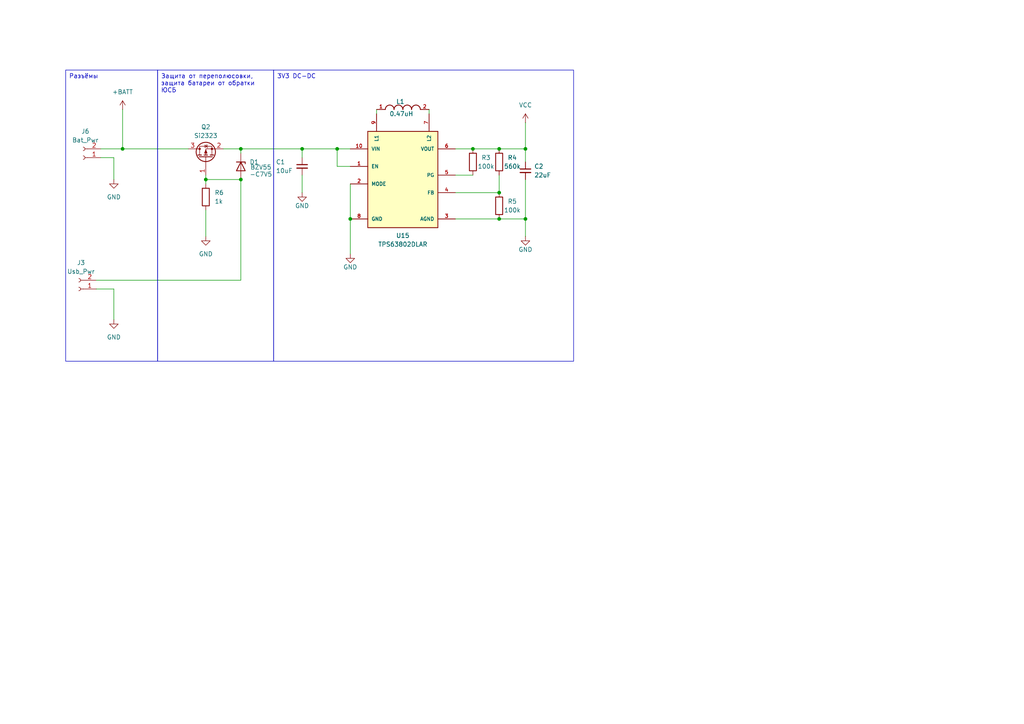
<source format=kicad_sch>
(kicad_sch (version 20250114) (generator "eeschema") (generator_version "9.0")
  (paper "A4")
  (title_block (date "2025-06-05") (rev "0.0.1") (company "Ornex"))
  (lib_symbols
    (symbol "Connector:Conn_01x02_Socket" (pin_names (offset 1.016) (hide yes))
      (property "Reference" "J" (at 0 2.54 0))
      (property "Value" "Conn_01x02_Socket" (at 0 -5.08 0))
      (symbol "Conn_01x02_Socket_1_1"
        (polyline (pts (xy -1.27 0) (xy -0.508 0)) (stroke (width 0.1524)))
        (polyline (pts (xy -1.27 -2.54) (xy -0.508 -2.54)) (stroke (width 0.1524)))
        (arc (start 0 -0.508) (mid -0.5058 0) (end 0 0.508) (stroke (width 0.1524)))
        (arc (start 0 -3.048) (mid -0.5058 -2.54) (end 0 -2.032) (stroke (width 0.1524)))
        (pin passive line (at -5.08 0 0) (length 3.81) (name "Pin_1") (number "1"))
        (pin passive line (at -5.08 -2.54 0) (length 3.81) (name "Pin_2") (number "2"))
      )
    )
    (symbol "DFE201612E-2R2M_P2:DFE201612E-2R2M=P2" (pin_names (offset 1.016))
      (property "Reference" "L" (at -7.62 5.08 0))
      (property "Value" "DFE201612E-2R2M=P2" (at -7.62 2.54 0))
      (symbol "DFE201612E-2R2M=P2_0_0"
        (arc (start -5.08 0) (mid -3.81 1.2645) (end -2.54 0) (stroke (width 0.254)))
        (arc (start -2.54 0) (mid -1.27 1.2645) (end 0 0) (stroke (width 0.254)))
        (arc (start 0 0) (mid 1.27 1.2645) (end 2.54 0) (stroke (width 0.254)))
        (arc (start 2.54 0) (mid 3.81 1.2645) (end 5.08 0) (stroke (width 0.254)))
        (pin passive line (at -7.62 0 0) (length 2.54) (name "~") (number "1"))
        (pin passive line (at 7.62 0 180) (length 2.54) (name "~") (number "2"))
      )
    )
    (symbol "Device:C_Small" (pin_numbers (hide yes)) (pin_names (offset 0.254) (hide yes))
      (property "Reference" "C" (at 0.254 1.778 0))
      (property "Value" "C_Small" (at 0.254 -2.032 0))
      (symbol "C_Small_0_1"
        (polyline (pts (xy -1.524 0.508) (xy 1.524 0.508)) (stroke (width 0.3048)))
        (polyline (pts (xy -1.524 -0.508) (xy 1.524 -0.508)) (stroke (width 0.3302)))
      )
      (symbol "C_Small_1_1"
        (pin passive line (at 0 2.54 270) (length 2.032) (name "~") (number "1"))
        (pin passive line (at 0 -2.54 90) (length 2.032) (name "~") (number "2"))
      )
    )
    (symbol "Device:D_Zener" (pin_numbers (hide yes)) (pin_names (offset 1.016) (hide yes))
      (property "Reference" "D" (at 0 2.54 0))
      (property "Value" "D_Zener" (at 0 -2.54 0))
      (symbol "D_Zener_0_1"
        (polyline (pts (xy -1.27 -1.27) (xy -1.27 1.27) (xy -0.762 1.27)) (stroke (width 0.254)))
        (polyline (pts (xy 1.27 0) (xy -1.27 0)))
        (polyline (pts (xy 1.27 -1.27) (xy 1.27 1.27) (xy -1.27 0) (xy 1.27 -1.27)) (stroke (width 0.254)))
      )
      (symbol "D_Zener_1_1"
        (pin passive line (at -3.81 0 0) (length 2.54) (name "K") (number "1"))
        (pin passive line (at 3.81 0 180) (length 2.54) (name "A") (number "2"))
      )
    )
    (symbol "Device:R" (pin_numbers (hide yes)) (pin_names (offset 0))
      (property "Reference" "R" (at 2.032 0 90))
      (property "Value" "R" (at 0 0 90))
      (symbol "R_0_1"
        (rectangle (start -1.016 -2.54) (end 1.016 2.54) (stroke (width 0.254)))
      )
      (symbol "R_1_1"
        (pin passive line (at 0 3.81 270) (length 1.27) (name "~") (number "1"))
        (pin passive line (at 0 -3.81 90) (length 1.27) (name "~") (number "2"))
      )
    )
    (symbol "OrnexParts:Si2323" (pin_names (hide yes))
      (property "Reference" "Q" (at 5.08 1.905 0))
      (property "Value" "Si2323" (at 5.08 0 0))
      (symbol "Si2323_0_1"
        (polyline (pts (xy 0.254 1.905) (xy 0.254 -1.905)) (stroke (width 0.254)))
        (polyline (pts (xy 0.254 0) (xy -2.54 0)))
        (polyline (pts (xy 0.762 2.286) (xy 0.762 1.27)) (stroke (width 0.254)))
        (polyline (pts (xy 0.762 1.778) (xy 3.302 1.778) (xy 3.302 -1.778) (xy 0.762 -1.778)))
        (polyline (pts (xy 0.762 0.508) (xy 0.762 -0.508)) (stroke (width 0.254)))
        (polyline (pts (xy 0.762 -1.27) (xy 0.762 -2.286)) (stroke (width 0.254)))
        (circle (center 1.651 0) (radius 2.794) (stroke (width 0.254)))
        (polyline (pts (xy 2.286 0) (xy 1.27 0.381) (xy 1.27 -0.381) (xy 2.286 0)) (fill (type outline)))
        (polyline (pts (xy 2.54 2.54) (xy 2.54 1.778)))
        (circle (center 2.54 1.778) (radius 0.254) (fill (type outline)))
        (circle (center 2.54 -1.778) (radius 0.254) (fill (type outline)))
        (polyline (pts (xy 2.54 -2.54) (xy 2.54 0) (xy 0.762 0)))
        (polyline (pts (xy 2.794 -0.508) (xy 2.921 -0.381) (xy 3.683 -0.381) (xy 3.81 -0.254)))
        (polyline (pts (xy 3.302 -0.381) (xy 2.921 0.254) (xy 3.683 0.254) (xy 3.302 -0.381)))
      )
      (symbol "Si2323_1_1"
        (pin input line (at -5.08 0 0) (length 2.54) (name "G") (number "1"))
        (pin passive line (at 2.54 5.08 270) (length 2.54) (name "D") (number "3"))
        (pin passive line (at 2.54 -5.08 90) (length 2.54) (name "S") (number "2"))
      )
    )
    (symbol "Project Symbols:TPS63802DLAR" (pin_names (offset 1.016))
      (property "Reference" "U" (at -10.16 13.97 0))
      (property "Value" "TPS63802DLAR" (at -7.62 -16.51 0))
      (symbol "TPS63802DLAR_0_0"
        (rectangle (start -10.16 12.7) (end 10.16 -15.24) (stroke (width 0.254)) (fill (type background)))
        (pin input line (at -15.24 7.62 0) (length 5.08) (name "VIN") (number "10"))
        (pin input line (at -15.24 2.54 0) (length 5.08) (name "EN") (number "1"))
        (pin input line (at -15.24 -2.54 0) (length 5.08) (name "MODE") (number "2"))
        (pin power_in line (at -15.24 -12.7 0) (length 5.08) (name "GND") (number "8"))
        (pin passive line (at 7.62 17.78 270) (length 5.08) (name "L2") (number "7"))
        (pin output line (at 15.24 7.62 180) (length 5.08) (name "VOUT") (number "6"))
        (pin output line (at 15.24 0 180) (length 5.08) (name "PG") (number "5"))
        (pin input line (at 15.24 -5.08 180) (length 5.08) (name "FB") (number "4"))
        (pin power_in line (at 15.24 -12.7 180) (length 5.08) (name "AGND") (number "3"))
      )
      (symbol "TPS63802DLAR_1_0"
        (pin passive line (at -7.62 17.78 270) (length 5.08) (name "L1") (number "9"))
      )
    )
    (symbol "power:+BATT" (power) (pin_numbers (hide yes)) (pin_names (offset 0) (hide yes))
      (property "Value" "+BATT" (at 0 3.556 0))
      (symbol "+BATT_0_1"
        (polyline (pts (xy -0.762 1.27) (xy 0 2.54)))
        (polyline (pts (xy 0 2.54) (xy 0.762 1.27)))
        (polyline (pts (xy 0 0) (xy 0 2.54)))
      )
      (symbol "+BATT_1_1"
        (pin power_in line (at 0 0 90) (length 0) (name "~") (number "1"))
      )
    )
    (symbol "power:GND" (power) (pin_numbers (hide yes)) (pin_names (offset 0) (hide yes))
      (property "Value" "GND" (at 0 -3.81 0))
      (symbol "GND_0_1"
        (polyline (pts (xy 0 0) (xy 0 -1.27) (xy 1.27 -1.27) (xy 0 -2.54) (xy -1.27 -1.27) (xy 0 -1.27)))
      )
      (symbol "GND_1_1"
        (pin power_in line (at 0 0 270) (length 0) (name "~") (number "1"))
      )
    )
    (symbol "power:VCC" (power) (pin_numbers (hide yes)) (pin_names (offset 0) (hide yes))
      (property "Value" "VCC" (at 0 3.556 0))
      (symbol "VCC_0_1"
        (polyline (pts (xy -0.762 1.27) (xy 0 2.54)))
        (polyline (pts (xy 0 2.54) (xy 0.762 1.27)))
        (polyline (pts (xy 0 0) (xy 0 2.54)))
      )
      (symbol "VCC_1_1"
        (pin power_in line (at 0 0 90) (length 0) (name "~") (number "1"))
      )
    )
  )
  (text_box "Защита от переполюсовки, защита батареи от обратки ЮСБ" (at 45.72 20.32 0) (size 33.655 84.455) (margins 0.9525 0.9525 0.9525 0.9525) (effects (font (size 1.27 1.27)) (justify left top)))
  (text_box "Разъёмы" (at 19.05 20.32 0) (size 26.67 84.455) (margins 0.9525 0.9525 0.9525 0.9525) (effects (font (size 1.27 1.27)) (justify left top)))
  (text_box "3V3 DC-DC" (at 79.375 20.32 0) (size 86.995 84.455) (margins 0.9525 0.9525 0.9525 0.9525) (effects (font (size 1.27 1.27)) (justify left top)))
  (junction (at 152.4 63.5))
  (junction (at 101.6 63.5))
  (junction (at 87.63 43.18))
  (junction (at 35.56 43.18))
  (junction (at 144.78 55.88))
  (junction (at 69.85 52.07))
  (junction (at 97.79 43.18))
  (junction (at 152.4 43.18))
  (junction (at 69.85 43.18))
  (junction (at 137.16 43.18))
  (junction (at 144.78 43.18))
  (junction (at 59.69 52.07))
  (junction (at 144.78 63.5))
  (wire (pts (xy 69.85 81.28) (xy 69.85 52.07)))
  (wire (pts (xy 33.02 83.82) (xy 27.94 83.82)))
  (wire (pts (xy 59.69 52.07) (xy 59.69 53.34)))
  (wire (pts (xy 35.56 43.18) (xy 54.61 43.18)))
  (wire (pts (xy 152.4 35.56) (xy 152.4 43.18)))
  (wire (pts (xy 35.56 31.75) (xy 35.56 43.18)))
  (wire (pts (xy 87.63 50.8) (xy 87.63 55.88)))
  (wire (pts (xy 29.21 43.18) (xy 35.56 43.18)))
  (wire (pts (xy 132.08 63.5) (xy 144.78 63.5)))
  (wire (pts (xy 132.08 50.8) (xy 137.16 50.8)))
  (wire (pts (xy 137.16 43.18) (xy 144.78 43.18)))
  (wire (pts (xy 152.4 52.07) (xy 152.4 63.5)))
  (wire (pts (xy 101.6 48.26) (xy 97.79 48.26)))
  (wire (pts (xy 109.22 31.75) (xy 109.22 33.02)))
  (wire (pts (xy 144.78 50.8) (xy 144.78 55.88)))
  (wire (pts (xy 132.08 55.88) (xy 144.78 55.88)))
  (wire (pts (xy 59.69 60.96) (xy 59.69 68.58)))
  (wire (pts (xy 87.63 43.18) (xy 87.63 45.72)))
  (wire (pts (xy 59.69 52.07) (xy 69.85 52.07)))
  (wire (pts (xy 33.02 45.72) (xy 29.21 45.72)))
  (wire (pts (xy 97.79 48.26) (xy 97.79 43.18)))
  (wire (pts (xy 101.6 53.34) (xy 101.6 63.5)))
  (wire (pts (xy 144.78 43.18) (xy 152.4 43.18)))
  (wire (pts (xy 101.6 63.5) (xy 101.6 73.66)))
  (wire (pts (xy 69.85 43.18) (xy 87.63 43.18)))
  (wire (pts (xy 152.4 43.18) (xy 152.4 46.99)))
  (wire (pts (xy 33.02 52.07) (xy 33.02 45.72)))
  (wire (pts (xy 132.08 43.18) (xy 137.16 43.18)))
  (wire (pts (xy 124.46 31.75) (xy 124.46 33.02)))
  (wire (pts (xy 27.94 81.28) (xy 69.85 81.28)))
  (wire (pts (xy 87.63 43.18) (xy 97.79 43.18)))
  (wire (pts (xy 59.69 50.8) (xy 59.69 52.07)))
  (wire (pts (xy 97.79 43.18) (xy 101.6 43.18)))
  (wire (pts (xy 69.85 43.18) (xy 69.85 44.45)))
  (wire (pts (xy 152.4 63.5) (xy 152.4 68.58)))
  (wire (pts (xy 64.77 43.18) (xy 69.85 43.18)))
  (wire (pts (xy 144.78 63.5) (xy 152.4 63.5)))
  (wire (pts (xy 33.02 92.71) (xy 33.02 83.82)))
  (symbol (lib_id "power:GND") (at 33.02 52.07 0) (unit 1)
    (property "Reference" "#PWR013" (effects (hide yes)))
    (property "Value" "GND" (at 33.02 57.15 0))
    (property "Description" "Power symbol creates a global label with name \"GND\" , ground" (effects (hide yes)))
  )
  (symbol (lib_id "Connector:Conn_01x02_Socket") (at 22.86 83.82 180) (unit 1)
    (property "Reference" "J3" (at 23.495 76.2 0))
    (property "Value" "Usb_Pwr" (at 23.495 78.74 0))
    (property "Footprint" "Connector_Molex:Molex_PicoBlade_53398-0271_1x02-1MP_P1.25mm_Vertical" (effects (hide yes)))
    (property "Description" "Generic connector, single row, 01x02, script generated" (effects (hide yes)))
  )
  (symbol (lib_id "Device:R") (at 59.69 57.15 0) (unit 1)
    (property "Reference" "R6" (at 62.23 55.8799 0) (effects (justify left)))
    (property "Value" "1k" (at 62.23 58.4199 0) (effects (justify left)))
    (property "Footprint" "Resistor_SMD:R_0603_1608Metric" (effects (hide yes)))
    (property "Description" "Resistor" (effects (hide yes)))
  )
  (symbol (lib_id "power:GND") (at 87.63 55.88 0) (unit 1)
    (property "Reference" "#PWR016" (effects (hide yes)))
    (property "Value" "GND" (at 89.662 59.69 0) (effects (justify right)))
  )
  (symbol (lib_id "Project Symbols:TPS63802DLAR") (at 116.84 50.8 0) (unit 1)
    (property "Reference" "U15" (at 116.84 68.326 0))
    (property "Value" "TPS63802DLAR" (at 116.84 70.866 0))
    (property "Footprint" "Project Footprints:TPS63802DLAR" (effects (hide yes)))
    (property "LCSC Part #" "C2845237" (effects (hide yes)))
  )
  (symbol (lib_id "power:GND") (at 33.02 92.71 0) (unit 1)
    (property "Reference" "#PWR014" (effects (hide yes)))
    (property "Value" "GND" (at 33.02 97.79 0))
    (property "Description" "Power symbol creates a global label with name \"GND\" , ground" (effects (hide yes)))
  )
  (symbol (lib_id "Device:R") (at 137.16 46.99 0) (unit 1)
    (property "Reference" "R3" (at 140.97 45.72 0))
    (property "Value" "100k" (at 140.97 48.26 0))
    (property "Footprint" "Resistor_SMD:R_0603_1608Metric" (effects (hide yes)))
    (property "LCSC Part #" "C25803" (effects (hide yes)))
  )
  (symbol (lib_id "DFE201612E-2R2M_P2:DFE201612E-2R2M=P2") (at 116.84 31.75 0) (unit 1)
    (property "Reference" "L1" (at 117.348 29.464 0) (effects (justify right)))
    (property "Value" "0.47uH" (at 119.888 33.02 0) (effects (justify right)))
    (property "Footprint" "Project Footprints:INDC2016X120N" (effects (hide yes)))
    (property "LCSC Part #" "C668312" (effects (hide yes)))
  )
  (symbol (lib_id "power:VCC") (at 152.4 35.56 0) (unit 1)
    (property "Reference" "#PWR015" (effects (hide yes)))
    (property "Value" "VCC" (at 152.4 30.48 0))
    (property "Description" "Power symbol creates a global label with name \"VCC\"" (effects (hide yes)))
  )
  (symbol (lib_id "power:GND") (at 101.6 73.66 0) (unit 1)
    (property "Reference" "#PWR017" (effects (hide yes)))
    (property "Value" "GND" (at 103.632 77.47 0) (effects (justify right)))
  )
  (symbol (lib_id "OrnexParts:Si2323") (at 59.69 45.72 90) (unit 1)
    (property "Reference" "Q2" (at 59.69 36.83 90))
    (property "Value" "Si2323" (at 59.69 39.37 90))
    (property "Footprint" "Package_TO_SOT_SMD:SOT-23" (effects (hide yes)))
    (property "Datasheet" "http://www.vishay.com/docs/66709/si2319cd.pdf" (effects (hide yes)))
    (property "Description" "-4.4A Id, -40V Vds, P-Channel MOSFET, SOT-23" (effects (hide yes)))
  )
  (symbol (lib_id "Device:R") (at 144.78 46.99 0) (unit 1)
    (property "Reference" "R4" (at 148.59 45.72 0))
    (property "Value" "560k" (at 148.59 48.26 0))
    (property "Footprint" "Resistor_SMD:R_0603_1608Metric" (effects (hide yes)))
    (property "LCSC Part #" "C101109" (effects (hide yes)))
  )
  (symbol (lib_id "power:GND") (at 59.69 68.58 0) (unit 1)
    (property "Reference" "#PWR018" (effects (hide yes)))
    (property "Value" "GND" (at 59.69 73.66 0))
    (property "Description" "Power symbol creates a global label with name \"GND\" , ground" (effects (hide yes)))
  )
  (symbol (lib_id "power:+BATT") (at 35.56 31.75 0) (unit 1)
    (property "Reference" "#PWR020" (effects (hide yes)))
    (property "Value" "+BATT" (at 35.56 26.67 0))
    (property "Description" "Power symbol creates a global label with name \"+BATT\"" (effects (hide yes)))
  )
  (symbol (lib_id "Device:D_Zener") (at 69.85 48.26 270) (unit 1)
    (property "Reference" "D1" (at 72.39 46.9899 90) (effects (justify left)))
    (property "Value" "BZV55\n-C7V5" (at 72.39 49.5299 90) (effects (justify left)))
    (property "Footprint" "Diode_SMD:D_MiniMELF_Handsoldering" (effects (hide yes)))
    (property "Description" "Zener diode" (effects (hide yes)))
  )
  (symbol (lib_id "power:GND") (at 152.4 68.58 0) (unit 1)
    (property "Reference" "#PWR019" (effects (hide yes)))
    (property "Value" "GND" (at 152.4 72.39 0))
  )
  (symbol (lib_id "Device:C_Small") (at 152.4 49.53 0) (unit 1)
    (property "Reference" "C2" (at 154.94 48.26 0) (effects (justify left)))
    (property "Value" "22uF" (at 154.94 50.8 0) (effects (justify left)))
    (property "Footprint" "Capacitor_SMD:C_0603_1608Metric" (effects (hide yes)))
    (property "LCSC Part #" "C59461" (effects (hide yes)))
  )
  (symbol (lib_id "Connector:Conn_01x02_Socket") (at 24.13 45.72 180) (unit 1)
    (property "Reference" "J6" (at 24.765 38.1 0))
    (property "Value" "Bat_Pwr" (at 24.765 40.64 0))
    (property "Footprint" "Connector_Molex:Molex_PicoBlade_53398-0271_1x02-1MP_P1.25mm_Vertical" (effects (hide yes)))
    (property "Description" "Generic connector, single row, 01x02, script generated" (effects (hide yes)))
  )
  (symbol (lib_id "Device:C_Small") (at 87.63 48.26 0) (unit 1)
    (property "Reference" "C1" (at 80.01 46.99 0) (effects (justify left)))
    (property "Value" "10uF" (at 80.01 49.53 0) (effects (justify left)))
    (property "Footprint" "Capacitor_SMD:C_0603_1608Metric" (effects (hide yes)))
    (property "LCSC Part #" "C19702" (effects (hide yes)))
  )
  (symbol (lib_id "Device:R") (at 144.78 59.69 0) (unit 1)
    (property "Reference" "R5" (at 148.59 58.42 0))
    (property "Value" "100k" (at 148.59 60.96 0))
    (property "Footprint" "Resistor_SMD:R_0603_1608Metric" (effects (hide yes)))
    (property "LCSC Part #" "C25803" (effects (hide yes)))
  )
)
</source>
